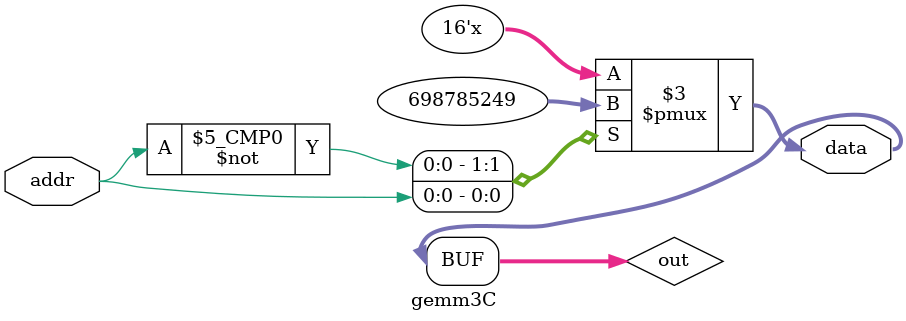
<source format=v>

module gemm3C (
    input         addr,
    output [15:0] data
);

reg [15:0] out = 0;
always @(*) begin
    case (addr)
		1'd0 : begin out = 16'b0010100110100110; end // 4.413E-2
		1'd1 : begin out = 16'b1001110111100001; end // -5.74E-3
    endcase
end
assign data = out;

endmodule //gemm3C

</source>
